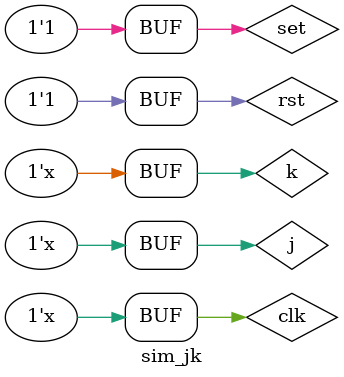
<source format=v>
`timescale 1ns / 1ps


module sim_jk(

    );
    reg clk,j,k,rst,set;
    wire q;
    jk_cjm u0(clk,j,k,rst,set,q);
    always #10 clk = ~clk;
    initial
    begin
      rst = 1'b0;
      set = 1'b1; 
      clk = 1'b0;
      j = 1'b0;
      k = 1'b0;
      #100 rst = 1'b1;
      #100 set = 1'b0;
      #100 set = 1'b1;
    end
    always #30 {j,k} = {j,k} + 1'b1;
endmodule

</source>
